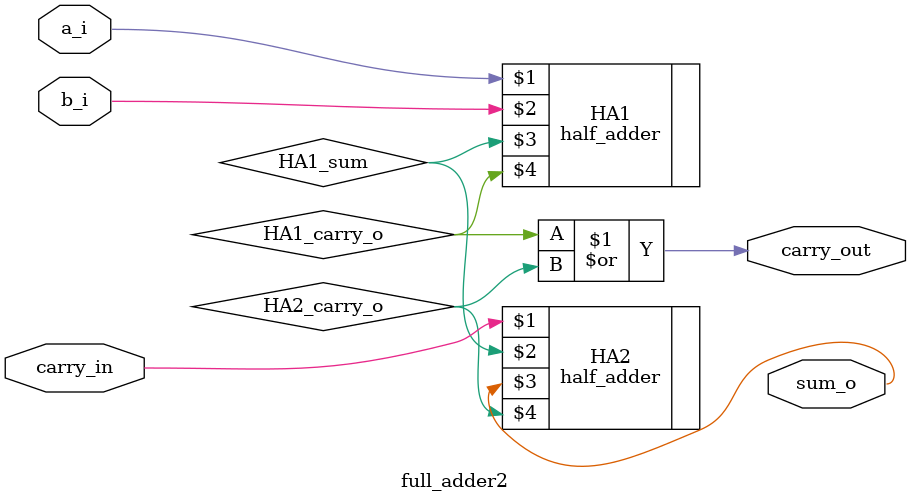
<source format=v>
`timescale 1ns / 1ps


module full_adder2(
    input a_i,
    input b_i,
    input carry_in,
    output sum_o,
    output carry_out
    );
    
    wire HA1_sum, HA1_carry_o, HA2_carry_o;
    
    half_adder HA1(a_i, b_i, HA1_sum, HA1_carry_o);
    half_adder HA2(carry_in, HA1_sum, sum_o, HA2_carry_o);
    or (carry_out, HA1_carry_o, HA2_carry_o);
endmodule

</source>
